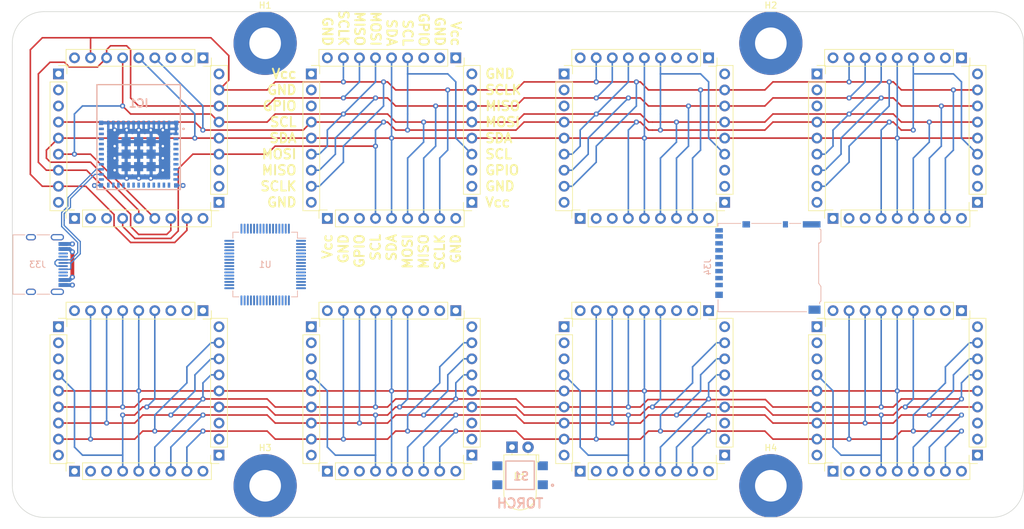
<source format=kicad_pcb>
(kicad_pcb (version 20211014) (generator pcbnew)
  (layers (0 "F.Cu" signal) (1 "In1.Cu" signal) (2 "In2.Cu" signal) (31 "B.Cu" signal) (34 "B.Paste" user) (35 "F.Paste" user) (36 "B.SilkS" user "B.Silkscreen") (37 "F.SilkS" user "F.Silkscreen") (38 "B.Mask" user) (39 "F.Mask" user) (44 "Edge.Cuts" user))
  (net 0 "")
  (net 65 "/modVCC")
  (net 66 "/modGPIO0")
  (net 67 "/modGPIO1")
  (net 68 "/modGPIO2")
  (net 69 "/modGPIO3")
  (net 70 "/modGPIO4")
  (net 71 "/modGPIO5")
  (net 72 "/modGPIO6")
  (net 73 "/modGPIO7")
  (net 74 "/modGPIO8")
  (net 75 "/modGPIO9")
  (net 76 "/modGPIO10")
  (net 77 "/modGPIO11")
  (net 78 "/modGPIO12")
  (net 79 "/modGPIO13")
  (net 80 "/modGPIO14")
  (net 81 "/modGPIO15")
  (net 82 "/modGPIO16")
  (net 83 "/modGPIO17")
  (net 84 "/modGPIO18")
  (net 85 "/modGPIO19")
  (net 86 "/modGPIO20")
  (net 87 "/modGPIO21")
  (net 88 "/modGPIO22")
  (net 89 "/modGPIO23")
  (net 90 "/modGPIO24")
  (net 91 "/modGPIO25")
  (net 92 "/modGPIO26")
  (net 93 "/modGPIO27")
  (net 94 "/modGPIO28")
  (net 95 "/modGPIO29")
  (net 96 "/modGPIO30")
  (net 97 "/modGPIO31")
  (net 98 "/modSCL0")
  (net 99 "/modSDA0")
  (net 100 "/modSCLK0")
  (net 101 "/modMISO0")
  (net 102 "/modMOSI0")
  (net 103 "/modSCL1")
  (net 104 "/modSDA1")
  (net 105 "/modSCLK1")
  (net 106 "/modMISO1")
  (net 107 "/modMOSI1")
  (net 108 "GND")
  (net 130 "/espFSPIQ")
  (net 131 "/espFSPICLK")
  (net 134 "/espFSPID")
  (net 135 "/espUSB-")
  (net 145 "/espUSB+")
  (net 146 "/espRXDO")
  (net 147 "/espTXDO")
  (net 153 "/usbVBUS")
  (footprint "Connector_PinSocket_2.54mm:PinSocket_1x09_P2.54mm_Vertical" (layer "F.Cu") (at 202.7 70.16 180)
    (fp_text reference "J11" hide)
    (fp_text value "Conn_01x09_Female" hide)
  )
  (footprint "Connector_PinSocket_2.54mm:PinSocket_1x09_P2.54mm_Vertical" (layer "F.Cu") (at 240.16 87.3 -90)
    (fp_text reference "J30" hide)
    (fp_text value "Conn_01x09_Female" hide)
  )
  (footprint "Connector_PinSocket_2.54mm:PinSocket_1x09_P2.54mm_Vertical" (layer "F.Cu") (at 99.84 112.7 90)
    (fp_text reference "J20" hide)
    (fp_text value "Conn_01x09_Female" hide)
  )
  (footprint "Connector_PinSocket_2.54mm:PinSocket_1x09_P2.54mm_Vertical" (layer "F.Cu") (at 139.84 112.7 90)
    (fp_text reference "J24" hide)
    (fp_text value "Conn_01x09_Female" hide)
  )
  (footprint "Connector_PinSocket_2.54mm:PinSocket_1x09_P2.54mm_Vertical" (layer "F.Cu") (at 137.3 49.84)
    (fp_text reference "J5" hide)
    (fp_text value "Conn_01x09_Female" hide)
  )
  (footprint "Connector_PinSocket_2.54mm:PinSocket_1x09_P2.54mm_Vertical" (layer "F.Cu") (at 120.16 87.3 -90)
    (fp_text reference "J18" hide)
    (fp_text value "Conn_01x09_Female" hide)
  )
  (footprint "Connector_PinSocket_2.54mm:PinSocket_1x09_P2.54mm_Vertical" (layer "F.Cu") (at 242.7 110.16 180)
    (fp_text reference "J31" hide)
    (fp_text value "Conn_01x09_Female" hide)
  )
  (footprint "Connector_PinSocket_2.54mm:PinSocket_1x09_P2.54mm_Vertical" (layer "F.Cu") (at 242.7 70.16 180)
    (fp_text reference "J15" hide)
    (fp_text value "Conn_01x09_Female" hide)
  )
  (footprint "MountingHole:MountingHole_5mm_Pad" (layer "F.Cu") (at 210 45)
    (fp_text reference "H2")
    (fp_text value "MountingHole_Pad")
  )
  (footprint "Connector_PinSocket_2.54mm:PinSocket_1x09_P2.54mm_Vertical" (layer "F.Cu") (at 160.16 87.3 -90)
    (fp_text reference "J22" hide)
    (fp_text value "Conn_01x09_Female" hide)
  )
  (footprint "MountingHole:MountingHole_5mm_Pad" (layer "F.Cu") (at 210 115)
    (fp_text reference "H4")
    (fp_text value "MountingHole_Pad")
  )
  (footprint "Connector_PinSocket_2.54mm:PinSocket_1x09_P2.54mm_Vertical" (layer "F.Cu") (at 162.7 110.16 180)
    (fp_text reference "J23" hide)
    (fp_text value "Conn_01x09_Female" hide)
  )
  (footprint "Connector_PinSocket_2.54mm:PinSocket_1x09_P2.54mm_Vertical" (layer "F.Cu") (at 179.84 72.7 90)
    (fp_text reference "J12" hide)
    (fp_text value "Conn_01x09_Female" hide)
  )
  (footprint "Connector_PinSocket_2.54mm:PinSocket_1x09_P2.54mm_Vertical" (layer "F.Cu") (at 217.3 89.84)
    (fp_text reference "J29" hide)
    (fp_text value "Conn_01x09_Female" hide)
  )
  (footprint "Connector_PinSocket_2.54mm:PinSocket_1x09_P2.54mm_Vertical" (layer "F.Cu") (at 120.16 47.3 -90)
    (fp_text reference "J2" hide)
    (fp_text value "Conn_01x09_Female" hide)
  )
  (footprint "Connector_PinSocket_2.54mm:PinSocket_1x09_P2.54mm_Vertical" (layer "F.Cu") (at 219.84 112.7 90)
    (fp_text reference "J32" hide)
    (fp_text value "Conn_01x09_Female" hide)
  )
  (footprint "Connector_PinSocket_2.54mm:PinSocket_1x09_P2.54mm_Vertical" (layer "F.Cu") (at 200.16 87.3 -90)
    (fp_text reference "J26" hide)
    (fp_text value "Conn_01x09_Female" hide)
  )
  (footprint "Connector_PinSocket_2.54mm:PinSocket_1x09_P2.54mm_Vertical" (layer "F.Cu") (at 99.84 72.7 90)
    (fp_text reference "J4" hide)
    (fp_text value "Conn_01x09_Female" hide)
  )
  (footprint "Connector_PinSocket_2.54mm:PinSocket_1x09_P2.54mm_Vertical" (layer "F.Cu") (at 202.7 110.16 180)
    (fp_text reference "J27" hide)
    (fp_text value "Conn_01x09_Female" hide)
  )
  (footprint "Connector_PinSocket_2.54mm:PinSocket_1x09_P2.54mm_Vertical" (layer "F.Cu") (at 122.7 70.16 180)
    (fp_text reference "J3" hide)
    (fp_text value "Conn_01x09_Female" hide)
  )
  (footprint "Connector_PinSocket_2.54mm:PinSocket_1x09_P2.54mm_Vertical" (layer "F.Cu") (at 137.3 89.84)
    (fp_text reference "J21" hide)
    (fp_text value "Conn_01x09_Female" hide)
  )
  (footprint "Connector_PinSocket_2.54mm:PinSocket_1x09_P2.54mm_Vertical" (layer "F.Cu") (at 200.16 47.3 -90)
    (fp_text reference "J10" hide)
    (fp_text value "Conn_01x09_Female" hide)
  )
  (footprint "Connector_PinSocket_2.54mm:PinSocket_1x09_P2.54mm_Vertical" (layer "F.Cu") (at 122.7 110.16 180)
    (fp_text reference "J19" hide)
    (fp_text value "Conn_01x09_Female" hide)
  )
  (footprint "Connector_PinSocket_2.54mm:PinSocket_1x09_P2.54mm_Vertical" (layer "F.Cu") (at 179.84 112.7 90)
    (fp_text reference "J28" hide)
    (fp_text value "Conn_01x09_Female" hide)
  )
  (footprint "Connector_PinSocket_2.54mm:PinSocket_1x09_P2.54mm_Vertical" (layer "F.Cu") (at 219.84 72.7 90)
    (fp_text reference "J16" hide)
    (fp_text value "Conn_01x09_Female" hide)
  )
  (footprint "Connector_PinSocket_2.54mm:PinSocket_1x09_P2.54mm_Vertical" (layer "F.Cu") (at 160.16 47.3 -90)
    (fp_text reference "J6" hide)
    (fp_text value "Conn_01x09_Female" hide)
  )
  (footprint "Connector_PinSocket_2.54mm:PinSocket_1x09_P2.54mm_Vertical" (layer "F.Cu") (at 217.3 49.84)
    (fp_text reference "J13" hide)
    (fp_text value "Conn_01x09_Female" hide)
  )
  (footprint "Connector_PinSocket_2.54mm:PinSocket_1x09_P2.54mm_Vertical" (layer "F.Cu") (at 240.16 47.3 -90)
    (fp_text reference "J14" hide)
    (fp_text value "Conn_01x09_Female" hide)
  )
  (footprint "MountingHole:MountingHole_5mm_Pad" (layer "F.Cu") (at 130 115)
    (fp_text reference "H3")
    (fp_text value "MountingHole_Pad")
  )
  (footprint "Connector_PinSocket_2.54mm:PinSocket_1x09_P2.54mm_Vertical" (layer "F.Cu") (at 97.3 49.84)
    (fp_text reference "J1" hide)
    (fp_text value "Conn_01x09_Female" hide)
  )
  (footprint "Connector_PinSocket_2.54mm:PinSocket_1x09_P2.54mm_Vertical" (layer "F.Cu") (at 97.3 89.84)
    (fp_text reference "J17" hide)
    (fp_text value "Conn_01x09_Female" hide)
  )
  (footprint "Connector_PinSocket_2.54mm:PinSocket_1x09_P2.54mm_Vertical" (layer "F.Cu") (at 177.3 89.84)
    (fp_text reference "J25" hide)
    (fp_text value "Conn_01x09_Female" hide)
  )
  (footprint "Connector_PinSocket_2.54mm:PinSocket_1x09_P2.54mm_Vertical" (layer "F.Cu") (at 162.7 70.16 180)
    (fp_text reference "J7" hide)
    (fp_text value "Conn_01x09_Female" hide)
  )
  (footprint "LED_THT:LED_D5.0mm_Horizontal_O1.27mm_Z3.0mm_Clear" (layer "F.Cu") (at 169.055 108.895)
    (fp_text reference "D1")
    (fp_text value "LED")
  )
  (footprint "Connector_PinSocket_2.54mm:PinSocket_1x09_P2.54mm_Vertical" (layer "F.Cu") (at 177.3 49.84)
    (fp_text reference "J9" hide)
    (fp_text value "Conn_01x09_Female" hide)
  )
  (footprint "Connector_PinSocket_2.54mm:PinSocket_1x09_P2.54mm_Vertical" (layer "F.Cu") (at 139.84 72.7 90)
    (fp_text reference "J8" hide)
    (fp_text value "Conn_01x09_Female" hide)
  )
  (footprint "MountingHole:MountingHole_5mm_Pad" (layer "F.Cu") (at 130 45)
    (fp_text reference "H1")
    (fp_text value "MountingHole_Pad")
  )
  (footprint "SamacSys_Parts:ESP32C3MINI1N4" (layer "B.Cu") (at 109.985 62.54 180)
    (fp_text reference "IC1")
    (fp_text value "ESP32-C3-MINI-1-N4" hide)
  )
  (footprint "Connector_Card:microSD_HC_Hirose_DM3AT-SF-PEJM5" (layer "B.Cu") (at 209.535 80.47 -90)
    (fp_text reference "J34")
    (fp_text value "Micro_SD_Card_Det_Hirose_DM3AT")
  )
  (footprint "Connector_USB:USB_C_Receptacle_HRO_TYPE-C-31-M-12" (layer "B.Cu") (at 94 80 90)
    (fp_text reference "J33")
    (fp_text value "USB_C_Receptacle_USB2.0")
  )
  (footprint "Package_QFP:LQFP-64_10x10mm_P0.5mm" (layer "B.Cu") (at 130 80 180)
    (fp_text reference "U1")
    (fp_text value "STM32F446RETx")
  )
  (footprint "SamacSys_Parts:TL3305AF160QG" (layer "B.Cu") (at 170.325 113.34 180)
    (fp_text reference "S1")
    (fp_text value "TL3305AF160QG" hide)
  )
  (gr_line (start 95 40) (end 245 40) (layer "Edge.Cuts") (width 0.1))
  (gr_arc (start 245 40) (mid 248.535534 41.464466) (end 250 45) (layer "Edge.Cuts") (width 0.1))
  (gr_arc (start 250 115) (mid 248.535534 118.535534) (end 245 120) (layer "Edge.Cuts") (width 0.1))
  (gr_line (start 245 120) (end 95 120) (layer "Edge.Cuts") (width 0.1))
  (gr_line (start 90 115) (end 90 45) (layer "Edge.Cuts") (width 0.1))
  (gr_arc (start 90 45) (mid 91.464466 41.464466) (end 95 40) (layer "Edge.Cuts") (width 0.1))
  (gr_line (start 250 45) (end 250 115) (layer "Edge.Cuts") (width 0.1))
  (gr_arc (start 95 120) (mid 91.464466 118.535534) (end 90 115) (layer "Edge.Cuts") (width 0.1))
  (gr_text "TORCH" (at 170.325 117.785) (layer "B.SilkS") (effects (font (size 1.5 1.5) (thickness 0.3)) (justify mirror)))
  (gr_text "SCL" (at 152.545 43.347143 270) (layer "F.SilkS") (effects (font (size 1.5 1.5) (thickness 0.3))))
  (gr_text "SCL" (at 132.857143 57.46) (layer "F.SilkS") (effects (font (size 1.5 1.5) (thickness 0.3))))
  (gr_text "MISO" (at 155.085 77.930714 90) (layer "F.SilkS") (effects (font (size 1.5 1.5) (thickness 0.3))))
  (gr_text "GPIO" (at 144.925 77.859285 90) (layer "F.SilkS") (effects (font (size 1.5 1.5) (thickness 0.3))))
  (gr_text "SDA" (at 150.005 43.311429 270) (layer "F.SilkS") (effects (font (size 1.5 1.5) (thickness 0.3))))
  (gr_text "Vcc" (at 166.792857 70.16) (layer "F.SilkS") (effects (font (size 1.5 1.5) (thickness 0.3))))
  (gr_text "SDA" (at 132.821429 60) (layer "F.SilkS") (effects (font (size 1.5 1.5) (thickness 0.3))))
  (gr_text "MISO" (at 132.214286 65.08) (layer "F.SilkS") (effects (font (size 1.5 1.5) (thickness 0.3))))
  (gr_text "SDA" (at 166.971429 60) (layer "F.SilkS") (effects (font (size 1.5 1.5) (thickness 0.3))))
  (gr_text "GND" (at 157.625 43.132857 270) (layer "F.SilkS") (effects (font (size 1.5 1.5) (thickness 0.3))))
  (gr_text "MOSI" (at 147.465 42.704286 270) (layer "F.SilkS") (effects (font (size 1.5 1.5) (thickness 0.3))))
  (gr_text "GND" (at 160.165 77.502143 90) (layer "F.SilkS") (effects (font (size 1.5 1.5) (thickness 0.3))))
  (gr_text "Vcc" (at 133 49.84) (layer "F.SilkS") (effects (font (size 1.5 1.5) (thickness 0.3))))
  (gr_text "GND" (at 167.15 67.62) (layer "F.SilkS") (effects (font (size 1.5 1.5) (thickness 0.3))))
  (gr_text "SCLK" (at 167.685714 52.38) (layer "F.SilkS") (effects (font (size 1.5 1.5) (thickness 0.3))))
  (gr_text "Vcc" (at 139.845 77.145 90) (layer "F.SilkS") (effects (font (size 1.5 1.5) (thickness 0.3))))
  (gr_text "MOSI" (at 167.578571 57.46) (layer "F.SilkS") (effects (font (size 1.5 1.5) (thickness 0.3))))
  (gr_text "GPIO" (at 155.085 42.855 270) (layer "F.SilkS") (effects (font (size 1.5 1.5) (thickness 0.3))))
  (gr_text "GPIO" (at 132.285715 54.92) (layer "F.SilkS") (effects (font (size 1.5 1.5) (thickness 0.3))))
  (gr_text "SCLK" (at 142.385 42.597143 270) (layer "F.SilkS") (effects (font (size 1.5 1.5) (thickness 0.3))))
  (gr_text "GND" (at 139.845 43.132857 270) (layer "F.SilkS") (effects (font (size 1.5 1.5) (thickness 0.3))))
  (gr_text "GND" (at 167.15 49.84) (layer "F.SilkS") (effects (font (size 1.5 1.5) (thickness 0.3))))
  (gr_text "GND" (at 132.642857 70.16) (layer "F.SilkS") (effects (font (size 1.5 1.5) (thickness 0.3))))
  (gr_text "MISO" (at 167.578571 54.92) (layer "F.SilkS") (effects (font (size 1.5 1.5) (thickness 0.3))))
  (gr_text "SCLK" (at 132.107143 67.62) (layer "F.SilkS") (effects (font (size 1.5 1.5) (thickness 0.3))))
  (gr_text "SCL" (at 147.465 77.287857 90) (layer "F.SilkS") (effects (font (size 1.5 1.5) (thickness 0.3))))
  (gr_text "SCL" (at 166.935714 62.54) (layer "F.SilkS") (effects (font (size 1.5 1.5) (thickness 0.3))))
  (gr_text "Vcc" (at 160.165 43.49 270) (layer "F.SilkS") (effects (font (size 1.5 1.5) (thickness 0.3))))
  (gr_text "MOSI" (at 132.214286 62.54) (layer "F.SilkS") (effects (font (size 1.5 1.5) (thickness 0.3))))
  (gr_text "GPIO" (at 167.507143 65.08) (layer "F.SilkS") (effects (font (size 1.5 1.5) (thickness 0.3))))
  (gr_text "MISO" (at 144.925 42.704286 270) (layer "F.SilkS") (effects (font (size 1.5 1.5) (thickness 0.3))))
  (gr_text "SDA" (at 150.005 77.323571 90) (layer "F.SilkS") (effects (font (size 1.5 1.5) (thickness 0.3))))
  (gr_text "MOSI" (at 152.545 77.930714 90) (layer "F.SilkS") (effects (font (size 1.5 1.5) (thickness 0.3))))
  (gr_text "GND" (at 132.642857 52.38) (layer "F.SilkS") (effects (font (size 1.5 1.5) (thickness 0.3))))
  (gr_text "SCLK" (at 157.625 78.037857 90) (layer "F.SilkS") (effects (font (size 1.5 1.5) (thickness 0.3))))
  (gr_text "GND" (at 142.385 77.502143 90) (layer "F.SilkS") (effects (font (size 1.5 1.5) (thickness 0.3))))
  (segment (start 177.3 57.46) (end 188.73 57.46) (width 0.25) (layer "F.Cu") (net 98))
  (segment (start 191.27 58.73) (end 209.06 58.73) (width 0.25) (layer "F.Cu") (net 98))
  (segment (start 109.38 75.875) (end 115.065 75.875) (width 0.25) (layer "F.Cu") (net 98))
  (segment (start 107.46 73.955) (end 109.38 75.875) (width 0.25) (layer "F.Cu") (net 98))
  (segment (start 130.305 62.54) (end 131.575 61.27) (width 0.25) (layer "F.Cu") (net 98))
  (segment (start 137.3 57.46) (end 149.37 57.46) (width 0.25) (layer "F.Cu") (net 98))
  (segment (start 210.33 57.46) (end 217.3 57.46) (width 0.25) (layer "F.Cu") (net 98))
  (segment (start 228.73 57.46) (end 229.365 57.46) (width 0.25) (layer "F.Cu") (net 98))
  (segment (start 118.565 62.54) (end 122.7 62.54) (width 0.25) (layer "F.Cu") (net 98))
  (segment (start 115.065 75.875) (end 116.254511 74.685489) (width 0.25) (layer "F.Cu") (net 98))
  (segment (start 116.254511 74.685489) (end 116.254511 64.850489) (width 0.25) (layer "F.Cu") (net 98))
  (segment (start 136.03 58.73) (end 137.3 57.46) (width 0.25) (layer "F.Cu") (net 98))
  (segment (start 170.96 57.46) (end 177.3 57.46) (width 0.25) (layer "F.Cu") (net 98))
  (segment (start 230.635 58.73) (end 232.53 58.73) (width 0.25) (layer "F.Cu") (net 98))
  (segment (start 209.06 58.73) (end 210.33 57.46) (width 0.25) (layer "F.Cu") (net 98))
  (segment (start 149.37 57.46) (end 150.64 58.73) (width 0.25) (layer "F.Cu") (net 98))
  (segment (start 217.3 57.46) (end 228.73 57.46) (width 0.25) (layer "F.Cu") (net 98))
  (segment (start 131.575 61.27) (end 147.45 61.27) (width 0.25) (layer "F.Cu") (net 98))
  (segment (start 116.254511 64.850489) (end 118.565 62.54) (width 0.25) (layer "F.Cu") (net 98))
  (segment (start 188.73 57.46) (end 189.365 57.46) (width 0.25) (layer "F.Cu") (net 98))
  (segment (start 122.7 62.54) (end 130.305 62.54) (width 0.25) (layer "F.Cu") (net 98))
  (segment (start 150.64 58.73) (end 169.69 58.73) (width 0.25) (layer "F.Cu") (net 98))
  (segment (start 97.3 57.46) (end 118.875 57.46) (width 0.25) (layer "F.Cu") (net 98))
  (segment (start 107.46 72.7) (end 107.46 73.955) (width 0.25) (layer "F.Cu") (net 98))
  (segment (start 189.365 57.46) (end 190.635 58.73) (width 0.25) (layer "F.Cu") (net 98))
  (segment (start 190.635 58.73) (end 191.27 58.73) (width 0.25) (layer "F.Cu") (net 98))
  (segment (start 120.145 58.73) (end 136.03 58.73) (width 0.25) (layer "F.Cu") (net 98))
  (segment (start 169.69 58.73) (end 170.96 57.46) (width 0.25) (layer "F.Cu") (net 98))
  (segment (start 229.365 57.46) (end 230.635 58.73) (width 0.25) (layer "F.Cu") (net 98))
  (segment (start 118.875 57.46) (end 120.145 58.73) (width 0.25) (layer "F.Cu") (net 98))
  (via (at 188.73 57.46) (size 0.8) (drill 0.4) (layers "F.Cu" "B.Cu") (net 98))
  (via (at 148.73 57.46) (size 0.8) (drill 0.4) (layers "F.Cu" "B.Cu") (net 98))
  (via (at 152.53 58.73) (size 0.8) (drill 0.4) (layers "F.Cu" "B.Cu") (net 98))
  (via (at 192.53 58.73) (size 0.8) (drill 0.4) (layers "F.Cu" "B.Cu") (net 98))
  (via (at 147.45 61.27) (size 0.8) (drill 0.4) (layers "F.Cu" "B.Cu") (net 98))
  (via (at 232.53 58.73) (size 0.8) (drill 0.4) (layers "F.Cu" "B.Cu") (net 98))
  (via (at 228.73 57.46) (size 0.8) (drill 0.4) (layers "F.Cu" "B.Cu") (net 98))
  (via (at 120.145 58.73) (size 0.8) (drill 0.4) (layers "F.Cu" "B.Cu") (net 98))
  (segment (start 238.89 49.84) (end 232.54 49.84) (width 0.25) (layer "B.Cu") (net 98))
  (segment (start 158.89 49.84) (end 152.54 49.84) (width 0.25) (layer "B.Cu") (net 98))
  (segment (start 188.73 57.46) (end 187.46 58.73) (width 0.25) (layer "B.Cu") (net 98))
  (segment (start 242.7 62.54) (end 240.16 60) (width 0.25) (layer "B.Cu") (net 98))
  (segment (start 152.53 58.73) (end 152.54 56.19) (width 0.25) (layer "B.Cu") (net 98))
  (segment (start 162.7 62.54) (end 160.16 60) (width 0.25) (layer "B.Cu") (net 98))
  (segment (start 232.54 56.19) (end 232.54 49.84) (width 0.25) (layer "B.Cu") (net 98))
  (segment (start 152.54 47.3) (end 152.54 49.84) (width 0.25) (layer "B.Cu") (net 98))
  (segment (start 228.73 57.46) (end 227.46 58.73) (width 0.25) (layer "B.Cu") (net 98))
  (segment (start 160.16 60) (end 160.16 51.11) (width 0.25) (layer "B.Cu") (net 98))
  (segment (start 120.145 54.905) (end 120.145 58.73) (width 0.25) (layer "B.Cu") (net 98))
  (segment (start 192.53 58.73) (end 192.54 56.19) (width 0.25) (layer "B.Cu") (net 98))
  (segment (start 232.53 58.73) (end 232.54 56.19) (width 0.25) (layer "B.Cu") (net 98))
  (segment (start 227.46 58.73) (end 227.46 72.7) (width 0.25) (layer "B.Cu") (net 98))
  (segment (start 147.46 58.73) (end 147.46 72.7) (width 0.25) (layer "B.Cu") (net 98))
  (segment (start 160.16 51.11) (end 158.89 49.84) (width 0.25) (layer "B.Cu") (net 98))
  (segment (start 112.54 47.3) (end 120.145 54.905) (width 0.25) (layer "B.Cu") (net 98))
  (segment (start 202.7 62.54) (end 200.16 60) (width 0.25) (layer "B.Cu") (net 98))
  (segment (start 192.54 47.3) (end 192.54 49.84) (width 0.25) (layer "B.Cu") (net 98))
  (segment (start 240.16 51.11) (end 238.89 49.84) (width 0.25) (layer "B.Cu") (net 98))
  (segment (start 200.16 60) (end 200.16 51.11) (width 0.25) (layer "B.Cu") (net 98))
  (segment (start 152.54 56.19) (end 152.54 49.84) (width 0.25) (layer "B.Cu") (net 98))
  (segment (start 148.73 57.46) (end 147.46 58.73) (width 0.25) (layer "B.Cu") (net 98))
  (segment (start 232.54 47.3) (end 232.54 49.84) (width 0.25) (layer "B.Cu") (net 98))
  (segment (start 200.16 51.11) (end 198.89 49.84) (width 0.25) (layer "B.Cu") (net 98))
  (segment (start 192.54 56.19) (end 192.54 49.84) (width 0.25) (layer "B.Cu") (net 98))
  (segment (start 198.89 49.84) (end 192.54 49.84) (width 0.25) (layer "B.Cu") (net 98))
  (segment (start 240.16 60) (end 240.16 51.11) (width 0.25) (layer "B.Cu") (net 98))
  (segment (start 187.46 58.73) (end 187.46 72.7) (width 0.25) (layer "B.Cu") (net 98))
  (segment (start 102.38 63.81) (end 96.03 63.81) (width 0.25) (layer "F.Cu") (net 99))
  (segment (start 110 71.43) (end 102.38 63.81) (width 0.25) (layer "F.Cu") (net 99))
  (segment (start 95.395 63.175) (end 95.395 61.905) (width 0.25) (layer "F.Cu") (net 99))
  (segment (start 122.7 60) (end 137.3 60) (width 0.25) (layer "F.Cu") (net 99))
  (segment (start 97.3 60) (end 122.7 60) (width 0.25) (layer "F.Cu") (net 99))
  (segment (start 95.395 61.905) (end 97.3 60) (width 0.25) (layer "F.Cu") (net 99))
  (segment (start 177.3 60) (end 202.7 60) (width 0.25) (layer "F.Cu") (net 99))
  (segment (start 217.3 60) (end 242.7 60) (width 0.25) (layer "F.Cu") (net 99))
  (segment (start 217.3 60) (end 202.7 60) (width 0.25) (layer "F.Cu") (net 99))
  (segment (start 110 72.7) (end 110 71.43) (width 0.25) (layer "F.Cu") (net 99))
  (segment (start 137.3 60) (end 162.7 60) (width 0.25) (layer "F.Cu") (net 99))
  (segment (start 162.7 60) (end 177.3 60) (width 0.25) (layer "F.Cu") (net 99))
  (segment (start 96.03 63.81) (end 95.395 63.175) (width 0.25) (layer "F.Cu") (net 99))
  (via (at 118.875 60) (size 0.8) (drill 0.4) (layers "F.Cu" "B.Cu") (net 99))
  (via (at 230 60) (size 0.8) (drill 0.4) (layers "F.Cu" "B.Cu") (net 99))
  (via (at 150 60) (size 0.8) (drill 0.4) (layers "F.Cu" "B.Cu") (net 99))
  (via (at 190 60) (size 0.8) (drill 0.4) (layers "F.Cu" "B.Cu") (net 99))
  (segment (start 110 47.3) (end 118.875 56.175) (width 0.25) (layer "B.Cu") (net 99))
  (segment (start 118.875 56.175) (end 118.875 60) (width 0.25) (layer "B.Cu") (net 99))
  (segment (start 230 72.7) (end 230 60) (width 0.25) (layer "B.Cu") (net 99))
  (segment (start 150 47.3) (end 150 60) (width 0.25) (layer "B.Cu") (net 99))
  (segment (start 190 47.3) (end 190 60) (width 0.25) (layer "B.Cu") (net 99))
  (segment (start 190 72.7) (end 190 60) (width 0.25) (layer "B.Cu") (net 99))
  (segment (start 150 72.7) (end 150 60) (width 0.25) (layer "B.Cu") (net 99))
  (segment (start 230 47.3) (end 230 60) (width 0.25) (layer "B.Cu") (net 99))
  (segment (start 169.69 57.46) (end 170.96 56.19) (width 0.25) (layer "F.Cu") (net 100))
  (segment (start 149.37 56.19) (end 150.64 57.46) (width 0.25) (layer "F.Cu") (net 100))
  (segment (start 102.365 62.54) (end 99.825 62.54) (width 0.25) (layer "F.Cu") (net 100))
  (segment (start 97.3 62.54) (end 99.825 62.54) (width 0.25) (layer "F.Cu") (net 100))
  (segment (start 242.7 57.46) (end 230.65 57.46) (width 0.25) (layer "F.Cu") (net 100))
  (segment (start 130.32 57.46) (end 131.59 56.19) (width 0.25) (layer "F.Cu") (net 100))
  (segment (start 107.43 67.605) (end 102.365 62.54) (width 0.25) (layer "F.Cu") (net 100))
  (segment (start 229.38 56.19) (end 210.33 56.19) (width 0.25) (layer "F.Cu") (net 100))
  (segment (start 107.445 67.605) (end 112.54 72.7) (width 0.25) (layer "F.Cu") (net 100))
  (segment (start 121.415 56.19) (end 122.685 57.46) (width 0.25) (layer "F.Cu") (net 100))
  (segment (start 170.96 56.19) (end 182.38 56.19) (width 0.25) (layer "F.Cu") (net 100))
  (segment (start 108.715 56.19) (end 121.415 56.19) (width 0.25) (layer "F.Cu") (net 100))
  (segment (start 210.33 56.19) (end 209.06 57.46) (width 0.25) (layer "F.Cu") (net 100))
  (segment (start 107.46 54.935) (end 107.46 47.3) (width 0.25) (layer "F.Cu") (net 100))
  (segment (start 189.365 56.19) (end 182.38 56.19) (width 0.25) (layer "F.Cu") (net 100))
  (segment (start 107.445 54.92) (end 108.715 56.19) (width 0.25) (layer "F.Cu") (net 100))
  (segment (start 189.365 56.19) (end 190.635 57.46) (width 0.25) (layer "F.Cu") (net 100))
  (segment (start 122.7 57.46) (end 130.32 57.46) (width 0.25) (layer "F.Cu") (net 100))
  (segment (start 190.635 57.46) (end 191.27 57.46) (width 0.25) (layer "F.Cu") (net 100))
  (segment (start 191.28 57.46) (end 202.7 57.46) (width 0.25) (layer "F.Cu") (net 100))
  (segment (start 150.64 57.46) (end 162.7 57.46) (width 0.25) (layer "F.Cu") (net 100))
  (segment (start 107.445 67.605) (end 107.43 67.605) (width 0.25) (layer "F.Cu") (net 100))
  (segment (start 162.7 57.46) (end 169.69 57.46) (width 0.25) (layer "F.Cu") (net 100))
  (segment (start 230.65 57.46) (end 229.38 56.19) (width 0.25) (layer "F.Cu") (net 100))
  (segment (start 131.59 56.19) (end 149.37 56.19) (width 0.25) (layer "F.Cu") (net 100))
  (segment (start 209.06 57.46) (end 202.7 57.46) (width 0.25) (layer "F.Cu") (net 100))
  (via (at 195.07 57.46) (size 0.8) (drill 0.4) (layers "F.Cu" "B.Cu") (net 100))
  (via (at 182.38 56.19) (size 0.8) (drill 0.4) (layers "F.Cu" "B.Cu") (net 100))
  (via (at 222.38 56.19) (size 0.8) (drill 0.4) (layers "F.Cu" "B.Cu") (net 100))
  (via (at 142.38 56.19) (size 0.8) (drill 0.4) (layers "F.Cu" "B.Cu") (net 100))
  (via (at 235.07 57.46) (size 0.8) (drill 0.4) (layers "F.Cu" "B.Cu") (net 100))
  (via (at 107.445 54.92) (size 0.8) (drill 0.4) (layers "F.Cu" "B.Cu") (net 100))
  (via (at 155.07 57.46) (size 0.8) (drill 0.4) (layers "F.Cu" "B.Cu") (net 100))
  (via (at 99.825 62.54) (size 0.8) (drill 0.4) (layers "F.Cu" "B.Cu") (net 100))
  (segment (start 139.84 58.73) (end 139.84 61.27) (width 0.25) (layer "B.Cu") (net 100))
  (segment (start 219.84 58.73) (end 219.84 61.27) (width 0.25) (layer "B.Cu") (net 100))
  (segment (start 147.46 47.3) (end 147.46 51.11) (width 0.25) (layer "B.Cu") (net 100))
  (segment (start 101.095 54.92) (end 107.445 54.92) (width 0.25) (layer "B.Cu") (net 100))
  (segment (start 187.46 47.3) (end 187.46 51.11) (width 0.25) (layer "B.Cu") (net 100))
  (segment (start 187.46 51.11) (end 179.84 58.73) (width 0.25) (layer "B.Cu") (net 100))
  (segment (start 235.07 57.46) (end 235.07 60.635) (width 0.25) (layer "B.Cu") (net 100))
  (segment (start 155.07 60.635) (end 152.54 63.165) (width 0.25) (layer "B.Cu") (net 100))
  (segment (start 227.46 47.3) (end 227.46 51.11) (width 0.25) (layer "B.Cu") (net 100))
  (segment (start 227.46 51.11) (end 219.84 58.73) (width 0.25) (layer "B.Cu") (net 100))
  (segment (start 192.54 63.165) (end 192.54 72.7) (width 0.25) (layer "B.Cu") (net 100))
  (segment (start 219.84 61.27) (end 218.57 62.54) (width 0.25) (layer "B.Cu") (net 100))
  (segment (start 99.825 62.54) (end 99.825 56.19) (width 0.25) (layer "B.Cu") (net 100))
  (segment (start 218.57 62.54) (end 217.3 62.54) (width 0.25) (layer "B.Cu") (net 100))
  (segment (start 178.57 62.54) (end 177.3 62.54) (width 0.25) (layer "B.Cu") (net 100))
  (segment (start 147.46 51.11) (end 139.84 58.73) (width 0.25) (layer "B.Cu") (net 100))
  (segment (start 138.57 62.54) (end 137.3 62.54) (width 0.25) (layer "B.Cu") (net 100))
  (segment (start 139.84 61.27) (end 138.57 62.54) (width 0.25) (layer "B.Cu") (net 100))
  (segment (start 179.84 61.27) (end 178.57 62.54) (width 0.25) (layer "B.Cu") (net 100))
  (segment (start 195.07 57.46) (end 195.07 60.635) (width 0.25) (layer "B.Cu") (net 100))
  (segment (start 195.07 60.635) (end 192.54 63.165) (width 0.25) (layer "B.Cu") (net 100))
  (segment (start 179.84 58.73) (end 179.84 61.27) (width 0.25) (layer "B.Cu") (net 100))
  (segment (start 155.07 57.46) (end 155.07 60.635) (width 0.25) (layer "B.Cu") (net 100))
  (segment (start 232.54 63.165) (end 232.54 72.7) (width 0.25) (layer "B.Cu") (net 100))
  (segment (start 99.825 56.19) (end 101.095 54.92) (width 0.25) (layer "B.Cu") (net 100))
  (segment (start 235.07 60.635) (end 232.54 63.165) (width 0.25) (layer "B.Cu") (net 100))
  (segment (start 152.54 63.165) (end 152.54 72.7) (width 0.25) (layer "B.Cu") (net 100))
  (segment (start 94.125 49.84) (end 95.965 48) (width 0.25) (layer "F.Cu") (net 101))
  (segment (start 108.715 73.97) (end 108.715 72.05) (width 0.25) (layer "F.Cu") (net 101))
  (segment (start 109.985 75.24) (end 108.715 73.97) (width 0.25) (layer "F.Cu") (net 101))
  (segment (start 150.64 54.92) (end 162.7 54.92) (width 0.25) (layer "F.Cu") (net 101))
  (segment (start 229.38 53.65) (end 230.65 54.92) (width 0.25) (layer "F.Cu") (net 101))
  (segment (start 190.635 54.92) (end 202.7 54.92) (width 0.25) (layer "F.Cu") (net 101))
  (segment (start 189.365 53.65) (end 190.635 54.92) (width 0.25) (layer "F.Cu") (net 101))
  (segment (start 115.08 74.59) (end 114.43 75.24) (width 0.25) (layer "F.Cu") (net 101))
  (segment (start 108.715 46.03) (end 108.08 45.395) (width 0.25) (layer "F.Cu") (net 101))
  (segment (start 209.06 54.92) (end 210.33 53.65) (width 0.25) (layer "F.Cu") (net 101))
  (segment (start 162.7 54.92) (end 169.69 54.92) (width 0.25) (layer "F.Cu") (net 101))
  (segment (start 130.32 54.92) (end 131.59 53.65) (width 0.25) (layer "F.Cu") (net 101))
  (segment (start 149.37 53.65) (end 150.64 54.92) (width 0.25) (layer "F.Cu") (net 101))
  (segment (start 109.985 54.92) (end 108.715 53.65) (width 0.25) (layer "F.Cu") (net 101))
  (segment (start 108.715 53.65) (end 108.715 46.03) (width 0.25) (layer "F.Cu") (net 101))
  (segment (start 94.125 63.825) (end 94.125 49.84) (width 0.25) (layer "F.Cu") (net 101))
  (segment (start 104.92 46.015) (end 104.92 47.3) (width 0.25) (layer "F.Cu") (net 101))
  (segment (start 105.54 45.395) (end 104.92 46.015) (width 0.25) (layer "F.Cu") (net 101))
  (segment (start 114.43 75.24) (end 109.985 75.24) (width 0.25) (layer "F.Cu") (net 101))
  (segment (start 131.59 53.65) (end 149.37 53.65) (width 0.25) (layer "F.Cu") (net 101))
  (segment (start 122.7 54.92) (end 130.32 54.92) (width 0.25) (layer "F.Cu") (net 101))
  (segment (start 95.38 65.08) (end 94.125 63.825) (width 0.25) (layer "F.Cu") (net 101))
  (segment (start 210.33 53.65) (end 229.38 53.65) (width 0.25) (layer "F.Cu") (net 101))
  (segment (start 115.08 72.7) (end 115.08 74.59) (width 0.25) (layer "F.Cu") (net 101))
  (segment (start 170.96 53.65) (end 189.365 53.65) (width 0.25) (layer "F.Cu") (net 101))
  (segment (start 108.715 72.05) (end 101.745 65.08) (width 0.25) (layer "F.Cu") (net 101))
  (segment (start 230.65 54.92) (end 242.7 54.92) (width 0.25) (layer "F.Cu") (net 101))
  (segment (start 97.3 65.08) (end 95.38 65.08) (width 0.25) (layer "F.Cu") (net 101))
  (segment (start 108.08 45.395) (end 105.54 45.395) (width 0.25) (layer "F.Cu") (net 101))
  (segment (start 169.69 54.92) (end 170.96 53.65) (width 0.25) (layer "F.Cu") (net 101))
  (segment (start 101.745 65.08) (end 97.3 65.08) (width 0.25) (layer "F.Cu") (net 101))
  (segment (start 103.47 48.75) (end 104.92 47.3) (width 0.25) (layer "F.Cu") (net 101))
  (segment (start 95.965 48) (end 98.25 48) (width 0.25) (layer "F.Cu") (net 101))
  (segment (start 98.25 48) (end 99 48.75) (width 0.25) (layer "F.Cu") (net 101))
  (segment (start 122.7 54.92) (end 109.985 54.92) (width 0.25) (layer "F.Cu") (net 101))
  (segment (start 202.7 54.92) (end 209.06 54.92) (width 0.25) (layer "F.Cu") (net 101))
  (segment (start 99 48.75) (end 103.47 48.75) (width 0.25) (layer "F.Cu") (net 101))
  (via (at 156.975 54.92) (size 0.8) (drill 0.4) (layers "F.Cu" "B.Cu") (net 101))
  (via (at 236.975 54.92) (size 0.8) (drill 0.4) (layers "F.Cu" "B.Cu") (net 101))
  (via (at 182.38 53.65) (size 0.8) (drill 0.4) (layers "F.Cu" "B.Cu") (net 101))
  (via (at 142.38 53.65) (size 0.8) (drill 0.4) (layers "F.Cu" "B.Cu") (net 101))
  (via (at 147.46 53.65) (size 0.8) (drill 0.4) (layers "F.Cu" "B.Cu") (net 101))
  (via (at 222.38 53.65) (size 0.8) (drill 0.4) (layers "F.Cu" "B.Cu") (net 101))
  (via (at 196.975 54.92) (size 0.8) (drill 0.4) (layers "F.Cu" "B.Cu") (net 101))
  (via (at 187.46 53.65) (size 0.8) (drill 0.4) (layers "F.Cu" "B.Cu") (net 101))
  (via (at 227.46 53.65) (size 0.8) (drill 0.4) (layers "F.Cu" "B.Cu") (net 101))
  (segment (start 195.08 63.165) (end 195.08 72.7) (width 0.25) (layer "B.Cu") (net 101))
  (segment (start 236.975 61.27) (end 235.08 63.165) (width 0.25) (layer "B.Cu") (net 101))
  (segment (start 184.92 51.11) (end 182.38 53.65) (width 0.25) (layer "B.Cu") (net 101))
  (segment (start 137.3 65.08) (end 138.57 65.08) (width 0.25) (layer "B.Cu") (net 101))
  (segment (start 218.57 65.08) (end 221.11 62.54) (width 0.25) (layer "B.Cu") (net 101))
  (segment (start 141.11 60) (end 147.46 53.65) (width 0.25) (layer "B.Cu") (net 101))
  (segment (start 221.11 62.54) (end 221.11 60) (width 0.25) (layer "B.Cu") (net 101))
  (segment (start 141.11 62.54) (end 141.11 60) (width 0.25) (layer "B.Cu") (net 101))
  (segment (start 144.92 51.11) (end 142.38 53.65) (width 0.25) (layer "B.Cu") (net 101))
  (segment (start 217.3 65.08) (end 218.57 65.08) (width 0.25) (layer "B.Cu") (net 101))
  (segment (start 181.11 60) (end 187.46 53.65) (width 0.25) (layer "B.Cu") (net 101))
  (segment (start 177.3 65.08) (end 178.57 65.08) (width 0.25) (layer "B.Cu") (net 101))
  (segment (start 144.92 47.3) (end 144.92 51.11) (width 0.25) (layer "B.Cu") (net 101))
  (segment (start 138.57 65.08) (end 141.11 62.54) (width 0.25) (layer "B.Cu") (net 101))
  (segment (start 235.08 63.165) (end 235.08 72.7) (width 0.25) (layer "B.Cu") (net 101))
  (segment (start 181.11 62.54) (end 181.11 60) (width 0.25) (layer "B.Cu") (net 101))
  (segment (start 184.92 47.3) (end 184.92 51.11) (width 0.25) (layer "B.Cu") (net 101))
  (segment (start 224.92 51.11) (end 222.38 53.65) (width 0.25) (layer "B.Cu") (net 101))
  (segment (start 156.975 54.92) (end 156.975 61.27) (width 0.25) (layer "B.Cu") (net 101))
  (segment (start 236.975 54.92) (end 236.975 61.27) (width 0.25) (layer "B.Cu") (net 101))
  (segment (start 156.975 61.27) (end 155.08 63.165) (width 0.25) (layer "B.Cu") (net 101))
  (segment (start 196.975 61.27) (end 195.08 63.165) (width 0.25) (layer "B.Cu") (net 101))
  (segment (start 221.11 60) (end 227.46 53.65) (width 0.25) (layer "B.Cu") (net 101))
  (segment (start 224.92 47.3) (end 224.92 51.11) (width 0.25) (layer "B.Cu") (net 101))
  (segment (start 178.57 65.08) (end 181.11 62.54) (width 0.25) (layer "B.Cu") (net 101))
  (segment (start 155.08 63.165) (end 155.08 72.7) (width 0.25) (layer "B.Cu") (net 101))
  (segment (start 196.975 54.92) (end 196.975 61.27) (width 0.25) (layer "B.Cu") (net 101))
  (segment (start 108.715 76.51) (end 106.094511 73.889511) (width 0.25) (layer "F.Cu") (net 102))
  (segment (start 101.62 67.62) (end 97.3 67.62) (width 0.25) (layer "F.Cu") (net 102))
  (segment (start 117.62 72.7) (end 117.62 74.59) (width 0.25) (layer "F.Cu") (net 102))
  (segment (start 202.7 52.38) (end 209.06 52.38) (width 0.25) (layer "F.Cu") (net 102))
  (segment (start 210.33 51.11) (end 229.38 51.11) (width 0.25) (layer "F.Cu") (net 102))
  (segment (start 102.38 44.14) (end 102.365 44.125) (width 0.25) (layer "F.Cu") (net 102))
  (segment (start 130.32 52.38) (end 131.59 51.11) (width 0.25) (layer "F.Cu") (net 102))
  (segment (start 102.365 44.125) (end 121.415 44.125) (width 0.25) (layer "F.Cu") (net 102))
  (segment (start 149.37 51.11) (end 150.64 52.38) (width 0.25) (layer "F.Cu") (net 102))
  (segment (start 229.38 51.11) (end 230.65 52.38) (width 0.25) (layer "F.Cu") (net 102))
  (segment (start 142.38 51.11) (end 149.37 51.11) (width 0.25) (layer "F.Cu") (net 102))
  (segment (start 122.7 52.38) (end 130.32 52.38) (width 0.25) (layer "F.Cu") (net 102))
  (segment (start 92.855 65.73) (end 92.855 46.0225) (width 0.25) (layer "F.Cu") (net 102))
  (segment (start 190.635 52.38) (end 202.7 52.38) (width 0.25) (layer "F.Cu") (net 102))
  (segment (start 230.65 52.38) (end 242.7 52.38) (width 0.25) (layer "F.Cu") (net 102))
  (segment (start 117.62 74.59) (end 115.7 76.51) (width 0.25) (layer "F.Cu") (net 102))
  (segment (start 97.3 67.62) (end 94.745 67.62) (width 0.25) (layer "F.Cu") (net 102))
  (segment (start 121.415 44.125) (end 124.25 46.96) (width 0.25) (layer "F.Cu") (net 102))
  (segment (start 150.64 52.38) (end 162.7 52.38) (width 0.25) (layer "F.Cu") (net 102))
  (segment (start 102.38 47.3) (end 102.38 44.14) (width 0.25) (layer "F.Cu") (net 102))
  (segment (start 209.06 52.38) (end 210.33 51.11) (width 0.25) (layer "F.Cu") (net 102))
  (segment (start 169.69 52.38) (end 170.96 51.11) (width 0.25) (layer "F.Cu") (net 102))
  (segment (start 94.745 67.62) (end 92.855 65.73) (width 0.25) (layer "F.Cu") (net 102))
  (segment (start 189.365 51.11) (end 190.635 52.38) (width 0.25) (layer "F.Cu") (net 102))
  (segment (start 94.7525 44.125) (end 102.365 44.125) (width 0.25) (layer "F.Cu") (net 102))
  (segment (start 124.25 50.83) (end 122.7 52.38) (width 0.25) (layer "F.Cu") (net 102))
  (segment (start 106.094511 73.889511) (end 106.094511 72.094511) (width 0.25) (layer "F.Cu") (net 102))
  (segment (start 162.7 52.38) (end 169.69 52.38) (width 0.25) (layer "F.Cu") (net 102))
  (segment (start 106.094511 72.094511) (end 101.62 67.62) (width 0.25) (layer "F.Cu") (net 102))
  (segment (start 170.96 51.11) (end 189.365 51.11) (width 0.25) (layer "F.Cu") (net 102))
  (segment (start 115.7 76.51) (end 108.715 76.51) (width 0.25) (layer "F.Cu") (net 102))
  (segment (start 124.25 46.96) (end 124.25 50.83) (width 0.25) (layer "F.Cu") (net 102))
  (segment (start 92.855 46.0225) (end 94.7525 44.125) (width 0.25) (layer "F.Cu") (net 102))
  (segment (start 131.59 51.11) (end 142.38 51.11) (width 0.25) (layer "F.Cu") (net 102))
  (via (at 142.38 51.11) (size 0.8) (drill 0.4) (layers "F.Cu" "B.Cu") (net 102))
  (via (at 158.88 52.38) (size 0.8) (drill 0.4) (layers "F.Cu" "B.Cu") (net 102))
  (via (at 198.88 52.38) (size 0.8) (drill 0.4) (layers "F.Cu" "B.Cu") (net 102))
  (via (at 188.73 51.11) (size 0.8) (drill 0.4) (layers "F.Cu" "B.Cu") (net 102))
  (via (at 238.88 52.38) (size 0.8) (drill 0.4) (layers "F.Cu" "B.Cu") (net 102))
  (via (at 182.38 51.11) (size 0.8) (drill 0.4) (layers "F.Cu" "B.Cu") (net 102))
  (via (at 228.73 51.11) (size 0.8) (drill 0.4) (layers "F.Cu" "B.Cu") (net 102))
  (via (at 222.38 51.11) (size 0.8) (drill 0.4) (layers "F.Cu" "B.Cu") (net 102))
  (via (at 148.73 51.11) (size 0.8) (drill 0.4) (layers "F.Cu" "B.Cu") (net 102))
  (segment (start 148.73 54.92) (end 148.73 51.11) (width 0.25) (layer "B.Cu") (net 102))
  (segment (start 178.57 67.62) (end 182.38 63.81) (width 0.25) (layer "B.Cu") (net 102))
  (segment (start 198.88 61.905) (end 198.88 52.38) (width 0.25) (layer "B.Cu") (net 102))
  (segment (start 142.38 61.27) (end 148.73 54.92) (width 0.25) (layer "B.Cu") (net 102))
  (segment (start 222.38 47.3) (end 222.38 51.11) (width 0.25) (layer "B.Cu") (net 102))
  (segment (start 177.3 67.62) (end 178.57 67.62) (width 0.25) (layer "B.Cu") (net 102))
  (segment (start 177.3 67.62) (end 178.57 67.62) (width 0.25) (layer "B.Cu") (net 102))
  (segment (start 137.3 67.62) (end 138.57 67.62) (width 0.25) (layer "B.Cu") (net 102))
  (segment (start 218.57 67.62) (end 222.38 63.81) (width 0.25) (layer "B.Cu") (net 102))
  (segment (start 138.57 67.62) (end 142.38 63.81) (width 0.25) (layer "B.Cu") (net 102))
  (segment (start 142.38 47.3) (end 142.38 51.11) (width 0.25) (layer "B.Cu") (net 102))
  (segment (start 157.62 63.165) (end 158.88 61.905) (width 0.25) (layer "B.Cu") (net 102))
  (segment (start 222.38 63.81) (end 222.38 61.27) (width 0.25) (layer "B.Cu") (net 102))
  (segment (start 182.38 61.27) (end 188.73 54.92) (width 0.25) (layer "B.Cu") (net 102))
  (segment (start 182.38 47.3) (end 182.38 51.11) (width 0.25) (layer "B.Cu") (net 102))
  (segment (start 237.62 63.165) (end 238.88 61.905) (width 0.25) (layer "B.Cu") (net 102))
  (segment (start 237.62 72.7) (end 237.62 63.165) (width 0.25) (layer "B.Cu") (net 102))
  (segment (start 182.38 63.81) (end 182.38 61.27) (width 0.25) (layer "B.Cu") (net 102))
  (segment (start 188.73 54.92) (end 188.73 51.11) (width 0.25) (layer "B.Cu") (net 102))
  (segment (start 217.3 67.62) (end 218.57 67.62) (width 0.25) (layer "B.Cu") (net 102))
  (segment (start 142.38 63.81) (end 142.38 61.27) (width 0.25) (layer "B.Cu") (net 102))
  (segment (start 228.73 54.92) (end 228.73 51.11) (width 0.25) (layer "B.Cu") (net 102))
  (segment (start 197.62 72.7) (end 197.62 63.165) (width 0.25) (layer "B.Cu") (net 102))
  (segment (start 238.88 61.905) (end 238.88 52.38) (width 0.25) (layer "B.Cu") (net 102))
  (segment (start 222.38 61.27) (end 228.73 54.92) (width 0.25) (layer "B.Cu") (net 102))
  (segment (start 158.88 61.905) (end 158.88 52.38) (width 0.25) (layer "B.Cu") (net 102))
  (segment (start 197.62 63.165) (end 198.88 61.905) (width 0.25) (layer "B.Cu") (net 102))
  (segment (start 157.62 72.7) (end 157.62 63.165) (width 0.25) (layer "B.Cu") (net 102))
  (segment (start 122.7 102.54) (end 111.27 102.54) (width 0.25) (layer "F.Cu") (net 103))
  (segment (start 189.37 103.81) (end 190.64 102.54) (width 0.25) (layer "F.Cu") (net 103))
  (segment (start 210.33 103.81) (end 229.38 103.81) (width 0.25) (layer "F.Cu") (net 103))
  (segment (start 162.7 102.54) (end 169.69 102.54) (width 0.25) (layer "F.Cu") (net 103))
  (segment (start 111.27 102.54) (end 110.625 102.54) (width 0.25) (layer "F.Cu") (net 103))
  (segment (start 209.06 102.54) (end 210.33 103.81) (width 0.25) (layer "F.Cu") (net 103))
  (segment (start 107.465 103.815) (end 107.46 103.81) (width 0.25) (layer "F.Cu") (net 103))
  (segment (start 109.35 103.815) (end 107.465 103.815) (width 0.25) (layer "F.Cu") (net 103))
  (segment (start 149.37 103.81) (end 150.64 102.54) (width 0.25) (layer "F.Cu") (net 103))
  (segment (start 130.32 102.54) (end 131.59 103.81) (width 0.25) (layer "F.Cu") (net 103))
  (segment (start 170.96 103.81) (end 189.37 103.81) (width 0.25) (layer "F.Cu") (net 103))
  (segment (start 122.7 102.54) (end 130.32 102.54) (width 0.25) (layer "F.Cu") (net 103))
  (segment (start 202.7 102.54) (end 209.06 102.54) (width 0.25) (layer "F.Cu") (net 103))
  (segment (start 229.38 103.81) (end 230.65 102.54) (width 0.25) (layer "F.Cu") (net 103))
  (segment (start 190.64 102.54) (end 202.7 102.54) (width 0.25) (layer "F.Cu") (net 103))
  (segment (start 230.65 102.54) (end 242.7 102.54) (width 0.25) (layer "F.Cu") (net 103))
  (segment (start 131.59 103.81) (end 149.37 103.81) (width 0.25) (layer "F.Cu") (net 103))
  (segment (start 150.64 102.54) (end 162.7 102.54) (width 0.25) (layer "F.Cu") (net 103))
  (segment (start 110.625 102.54) (end 109.35 103.815) (width 0.25) (layer "F.Cu") (net 103))
  (segment (start 169.69 102.54) (end 170.96 103.81) (width 0.25) (layer "F.Cu") (net 103))
  (via (at 231.27 102.54) (size 0.8) (drill 0.4) (layers "F.Cu" "B.Cu") (net 103))
  (via (at 187.46 103.81) (size 0.8) (drill 0.4) (layers "F.Cu" "B.Cu") (net 103))
  (via (at 151.27 102.54) (size 0.8) (drill 0.4) (layers "F.Cu" "B.Cu") (net 103))
  (via (at 111.27 102.54) (size 0.8) (drill 0.4) (layers "F.Cu" "B.Cu") (net 103))
  (via (at 147.46 103.81) (size 0.8) (drill 0.4) (layers "F.Cu" "B.Cu") (net 103))
  (via (at 191.27 102.54) (size 0.8) (drill 0.4) (layers "F.Cu" "B.Cu") (net 103))
  (via (at 107.46 103.81) (size 0.8) (drill 0.4) (layers "F.Cu" "B.Cu") (net 103))
  (via (at 227.46 103.81) (size 0.8) (drill 0.4) (layers "F.Cu" "B.Cu") (net 103))
  (segment (start 227.46 110.16) (end 227.46 103.81) (width 0.25) (layer "B.Cu") (net 103))
  (segment (start 99.84 108.89) (end 101.11 110.16) (width 0.25) (layer "B.Cu") (net 103))
  (segment (start 177.3 97.46) (end 179.84 100) (width 0.25) (layer "B.Cu") (net 103))
  (segment (start 191.27 102.54) (end 192.54 101.27) (width 0.25) (layer "B.Cu") (net 103))
  (segment (start 219.84 100) (end 219.84 108.89) (width 0.25) (layer "B.Cu") (net 103))
  (segment (start 139.84 108.89) (end 141.11 110.16) (width 0.25) (layer "B.Cu") (net 103))
  (segment (start 147.46 110.16) (end 147.46 103.81) (width 0.25) (layer "B.Cu") (net 103))
  (segment (start 141.11 110.16) (end 147.46 110.16) (width 0.25) (layer "B.Cu") (net 103))
  (segment (start 179.84 100) (end 179.84 108.89) (width 0.25) (layer "B.Cu") (net 103))
  (segment (start 221.11 110.16) (end 227.46 110.16) (width 0.25) (layer "B.Cu") (net 103))
  (segment (start 181.11 110.16) (end 187.46 110.16) (width 0.25) (layer "B.Cu") (net 103))
  (segment (start 101.11 110.16) (end 107.46 110.16) (width 0.25) (layer "B.Cu") (net 103))
  (segment (start 111.27 102.54) (end 112.54 101.27) (width 0.25) (layer "B.Cu") (net 103))
  (segment (start 151.27 102.54) (end 152.54 101.27) (width 0.25) (layer "B.Cu") (net 103))
  (segment (start 192.54 101.27) (end 192.54 87.3) (width 0.25) (layer "B.Cu") (net 103))
  (segment (start 137.3 97.46) (end 139.84 100) (width 0.25) (layer "B.Cu") (net 103))
  (segment (start 187.46 110.16) (end 187.46 103.81) (width 0.25) (layer "B.Cu") (net 103))
  (segment (start 179.84 108.89) (end 181.11 110.16) (width 0.25) (layer "B.Cu") (net 103))
  (segment (start 112.54 101.27) (end 112.54 87.3) (width 0.25) (layer "B.Cu") (net 103))
  (segment (start 231.27 102.54) (end 232.54 101.27) (width 0.25) (layer "B.Cu") (net 103))
  (segment (start 232.54 101.27) (end 232.54 87.3) (width 0.25) (layer "B.Cu") (net 103))
  (segment (start 227.46 112.7) (end 227.46 110.16) (width 0.25) (layer "B.Cu") (net 103))
  (segment (start 152.54 101.27) (end 152.54 87.3) (width 0.25) (layer "B.Cu") (net 103))
  (segment (start 187.46 112.7) (end 187.46 110.16) (width 0.25) (layer "B.Cu") (net 103))
  (segment (start 219.84 108.89) (end 221.11 110.16) (width 0.25) (layer "B.Cu") (net 103))
  (segment (start 97.3 97.46) (end 99.84 100) (width 0.25) (layer "B.Cu") (net 103))
  (segment (start 107.46 110.16) (end 107.46 103.81) (width 0.25) (layer "B.Cu") (net 103))
  (segment (start 147.46 112.7) (end 147.46 110.16) (width 0.25) (layer "B.Cu") (net 103))
  (segment (start 217.3 97.46) (end 219.84 100) (width 0.25) (layer "B.Cu") (net 103))
  (segment (start 107.46 112.7) (end 107.46 110.16) (width 0.25) (layer "B.Cu") (net 103))
  (segment (start 99.84 100) (end 99.84 108.89) (width 0.25) (layer "B.Cu") (net 103))
  (segment (start 139.84 100) (end 139.84 108.89) (width 0.25) (layer "B.Cu") (net 103))
  (segment (start 137.3 100) (end 162.7 100) (width 0.25) (layer "F.Cu") (net 104))
  (segment (start 217.3 100) (end 242.7 100) (width 0.25) (layer "F.Cu") (net 104))
  (segment (start 162.7 100) (end 177.3 100) (width 0.25) (layer "F.Cu") (net 104))
  (segment (start 177.3 100) (end 202.7 100) (width 0.25) (layer "F.Cu") (net 104))
  (segment (start 97.3 100) (end 122.7 100) (width 0.25) (layer "F.Cu") (net 104))
  (segment (start 122.7 100) (end 137.3 100) (width 0.25) (layer "F.Cu") (net 104))
  (segment (start 217.3 100) (end 202.7 100) (width 0.25) (layer "F.Cu") (net 104))
  (via (at 150 100) (size 0.8) (drill 0.4) (layers "F.Cu" "B.Cu") (net 104))
  (via (at 110 100) (size 0.8) (drill 0.4) (layers "F.Cu" "B.Cu") (net 104))
  (via (at 230 100) (size 0.8) (drill 0.4) (layers "F.Cu" "B.Cu") (net 104))
  (via (at 190 100) (size 0.8) (drill 0.4) (layers "F.Cu" "B.Cu") (net 104))
  (segment (start 190 87.3) (end 190 100) (width 0.25) (layer "B.Cu") (net 104))
  (segment (start 190 112.7) (end 190 100) (width 0.25) (layer "B.Cu") (net 104))
  (segment (start 110 112.7) (end 110 100) (width 0.25) (layer "B.Cu") (net 104))
  (segment (start 230 87.3) (end 230 100) (width 0.25) (layer "B.Cu") (net 104))
  (segment (start 110 87.3) (end 110 100) (width 0.25) (layer "B.Cu") (net 104))
  (segment (start 150 112.7) (end 150 100) (width 0.25) (layer "B.Cu") (net 104))
  (segment (start 150 87.3) (end 150 100) (width 0.25) (layer "B.Cu") (net 104))
  (segment (start 230 112.7) (end 230 100) (width 0.25) (layer "B.Cu") (net 104))
  (segment (start 137.3 102.54) (end 149.37 102.54) (width 0.25) (layer "F.Cu") (net 105))
  (segment (start 170.96 102.54) (end 177.3 102.54) (width 0.25) (layer "F.Cu") (net 105))
  (segment (start 149.37 102.54) (end 150.64 101.27) (width 0.25) (layer "F.Cu") (net 105))
  (segment (start 97.3 102.54) (end 109.365 102.54) (width 0.25) (layer "F.Cu") (net 105))
  (segment (start 131.59 102.54) (end 137.3 102.54) (width 0.25) (layer "F.Cu") (net 105))
  (segment (start 169.69 101.27) (end 170.96 102.54) (width 0.25) (layer "F.Cu") (net 105))
  (segment (start 210.32 102.54) (end 217.3 102.54) (width 0.25) (layer "F.Cu") (net 105))
  (segment (start 110.635 101.27) (end 130.32 101.27) (width 0.25) (layer "F.Cu") (net 105))
  (segment (start 209.145489 101.365489) (end 210.32 102.54) (width 0.25) (layer "F.Cu") (net 105))
  (segment (start 230.64 101.27) (end 240.16 101.27) (width 0.25) (layer "F.Cu") (net 105))
  (segment (start 109.365 102.54) (end 110.635 101.27) (width 0.25) (layer "F.Cu") (net 105))
  (segment (start 227.46 102.54) (end 229.37 102.54) (width 0.25) (layer "F.Cu") (net 105))
  (segment (start 177.3 102.54) (end 189.365 102.54) (width 0.25) (layer "F.Cu") (net 105))
  (segment (start 229.37 102.54) (end 230.64 101.27) (width 0.25) (layer "F.Cu") (net 105))
  (segment (start 130.32 101.27) (end 131.59 102.54) (width 0.25) (layer "F.Cu") (net 105))
  (segment (start 189.365 102.54) (end 190.539511 101.365489) (width 0.25) (layer "F.Cu") (net 105))
  (segment (start 150.64 101.27) (end 169.69 101.27) (width 0.25) (layer "F.Cu") (net 105))
  (segment (start 190.539511 101.365489) (end 209.145489 101.365489) (width 0.25) (layer "F.Cu") (net 105))
  (segment (start 217.3 102.54) (end 227.46 102.54) (width 0.25) (layer "F.Cu") (net 105))
  (via (at 227.46 102.54) (size 0.8) (drill 0.4) (layers "F.Cu" "B.Cu") (net 105))
  (via (at 200.16 101.27) (size 0.8) (drill 0.4) (layers "F.Cu" "B.Cu") (net 105))
  (via (at 187.46 102.54) (size 0.8) (drill 0.4) (layers "F.Cu" "B.Cu") (net 105))
  (via (at 120.16 101.27) (size 0.8) (drill 0.4) (layers "F.Cu" "B.Cu") (net 105))
  (via (at 240.16 101.27) (size 0.8) (drill 0.4) (layers "F.Cu" "B.Cu") (net 105))
  (via (at 147.46 102.54) (size 0.8) (drill 0.4) (layers "F.Cu" "B.Cu") (net 105))
  (via (at 160.16 101.27) (size 0.8) (drill 0.4) (layers "F.Cu" "B.Cu") (net 105))
  (via (at 107.46 102.54) (size 0.8) (drill 0.4) (layers "F.Cu" "B.Cu") (net 105))
  (segment (start 160.16 98.73) (end 161.43 97.46) (width 0.25) (layer "B.Cu") (net 105))
  (segment (start 112.54 112.7) (end 112.54 108.89) (width 0.25) (layer "B.Cu") (net 105))
  (segment (start 227.46 102.54) (end 227.46 87.3) (width 0.25) (layer "B.Cu") (net 105))
  (segment (start 161.43 97.46) (end 162.7 97.46) (width 0.25) (layer "B.Cu") (net 105))
  (segment (start 232.54 108.89) (end 240.16 101.27) (width 0.25) (layer "B.Cu") (net 105))
  (segment (start 107.46 102.54) (end 107.46 87.3) (width 0.25) (layer "B.Cu") (net 105))
  (segment (start 160.16 101.27) (end 160.16 98.73) (width 0.25) (layer "B.Cu") (net 105))
  (segment (start 240.16 98.73) (end 241.43 97.46) (width 0.25) (layer "B.Cu") (net 105))
  (segment (start 152.54 108.89) (end 160.16 101.27) (width 0.25) (layer "B.Cu") (net 105))
  (segment (start 232.54 112.7) (end 232.54 108.89) (width 0.25) (layer "B.Cu") (net 105))
  (segment (start 121.43 97.46) (end 122.7 97.46) (width 0.25) (layer "B.Cu") (net 105))
  (segment (start 120.16 101.27) (end 120.16 98.73) (width 0.25) (layer "B.Cu") (net 105))
  (segment (start 147.46 102.54) (end 147.46 87.3) (width 0.25) (layer "B.Cu") (net 105))
  (segment (start 152.54 112.7) (end 152.54 108.89) (width 0.25) (layer "B.Cu") (net 105))
  (segment (start 192.54 112.7) (end 192.54 108.89) (width 0.25) (layer "B.Cu") (net 105))
  (segment (start 241.43 97.46) (end 242.7 97.46) (width 0.25) (layer "B.Cu") (net 105))
  (segment (start 112.54 108.89) (end 120.16 101.27) (width 0.25) (layer "B.Cu") (net 105))
  (segment (start 192.54 108.89) (end 200.16 101.27) (width 0.25) (layer "B.Cu") (net 105))
  (segment (start 200.16 98.73) (end 201.43 97.46) (width 0.25) (layer "B.Cu") (net 105))
  (segment (start 120.16 98.73) (end 121.43 97.46) (width 0.25) (layer "B.Cu") (net 105))
  (segment (start 240.16 101.27) (end 240.16 98.73) (width 0.25) (layer "B.Cu") (net 105))
  (segment (start 187.46 102.54) (end 187.46 87.3) (width 0.25) (layer "B.Cu") (net 105))
  (segment (start 201.43 97.46) (end 202.7 97.46) (width 0.25) (layer "B.Cu") (net 105))
  (segment (start 200.16 101.27) (end 200.16 98.73) (width 0.25) (layer "B.Cu") (net 105))
  (segment (start 170.96 105.08) (end 177.3 105.08) (width 0.25) (layer "F.Cu") (net 106))
  (segment (start 177.3 105.08) (end 189.37 105.08) (width 0.25) (layer "F.Cu") (net 106))
  (segment (start 210.33 105.08) (end 217.3 105.08) (width 0.25) (layer "F.Cu") (net 106))
  (segment (start 217.3 105.08) (end 224.92 105.08) (width 0.25) (layer "F.Cu") (net 106))
  (segment (start 235.08 103.81) (end 240.16 103.81) (width 0.25) (layer "F.Cu") (net 106))
  (segment (start 137.3 105.08) (end 149.37 105.08) (width 0.25) (layer "F.Cu") (net 106))
  (segment (start 110.635 103.81) (end 130.32 103.81) (width 0.25) (layer "F.Cu") (net 106))
  (segment (start 230.64 103.81) (end 235.08 103.81) (width 0.25) (layer "F.Cu") (net 106))
  (segment (start 131.59 105.08) (end 137.3 105.08) (width 0.25) (layer "F.Cu") (net 106))
  (segment (start 130.32 103.81) (end 131.59 105.08) (width 0.25) (layer "F.Cu") (net 106))
  (segment (start 209.06 103.81) (end 210.33 105.08) (width 0.25) (layer "F.Cu") (net 106))
  (segment (start 169.69 103.81) (end 170.96 105.08) (width 0.25) (layer "F.Cu") (net 106))
  (segment (start 189.37 105.08) (end 190.64 103.81) (width 0.25) (layer "F.Cu") (net 106))
  (segment (start 224.92 105.08) (end 229.37 105.08) (width 0.25) (layer "F.Cu") (net 106))
  (segment (start 97.3 105.08) (end 109.365 105.08) (width 0.25) (layer "F.Cu") (net 106))
  (segment (start 149.37 105.08) (end 150.64 103.81) (width 0.25) (layer "F.Cu") (net 106))
  (segment (start 190.64 103.81) (end 209.06 103.81) (width 0.25) (layer "F.Cu") (net 106))
  (segment (start 229.37 105.08) (end 230.64 103.81) (width 0.25) (layer "F.Cu") (net 106))
  (segment (start 109.365 105.08) (end 110.635 103.81) (width 0.25) (layer "F.Cu") (net 106))
  (segment (start 150.64 103.81) (end 169.69 103.81) (width 0.25) (layer "F.Cu") (net 106))
  (via (at 195.08 103.81) (size 0.8) (drill 0.4) (layers "F.Cu" "B.Cu") (net 106))
  (via (at 224.92 105.08) (size 0.8) (drill 0.4) (layers "F.Cu" "B.Cu") (net 106))
  (via (at 104.92 105.08) (size 0.8) (drill 0.4) (layers "F.Cu" "B.Cu") (net 106))
  (via (at 160.16 103.81) (size 0.8) (drill 0.4) (layers "F.Cu" "B.Cu") (net 106))
  (via (at 144.92 105.08) (size 0.8) (drill 0.4) (layers "F.Cu" "B.Cu") (net 106))
  (via (at 120.16 103.81) (size 0.8) (drill 0.4) (layers "F.Cu" "B.Cu") (net 106))
  (via (at 200.16 103.81) (size 0.8) (drill 0.4) (layers "F.Cu" "B.Cu") (net 106))
  (via (at 155.08 103.81) (size 0.8) (drill 0.4) (layers "F.Cu" "B.Cu") (net 106))
  (via (at 115.08 103.81) (size 0.8) (drill 0.4) (layers "F.Cu" "B.Cu") (net 106))
  (via (at 184.92 105.08) (size 0.8) (drill 0.4) (layers "F.Cu" "B.Cu") (net 106))
  (via (at 240.16 103.81) (size 0.8) (drill 0.4) (layers "F.Cu" "B.Cu") (net 106))
  (via (at 235.08 103.81) (size 0.8) (drill 0.4) (layers "F.Cu" "B.Cu") (net 106))
  (segment (start 158.89 97.46) (end 158.89 100) (width 0.25) (layer "B.Cu") (net 106))
  (segment (start 238.89 97.46) (end 238.89 100) (width 0.25) (layer "B.Cu") (net 106))
  (segment (start 155.08 108.89) (end 160.16 103.81) (width 0.25) (layer "B.Cu") (net 106))
  (segment (start 115.08 112.7) (end 115.08 108.89) (width 0.25) (layer "B.Cu") (net 106))
  (segment (start 195.08 108.89) (end 200.16 103.81) (width 0.25) (layer "B.Cu") (net 106))
  (segment (start 235.08 108.89) (end 240.16 103.81) (width 0.25) (layer "B.Cu") (net 106))
  (segment (start 118.89 100) (end 115.08 103.81) (width 0.25) (layer "B.Cu") (net 106))
  (segment (start 115.08 108.89) (end 120.16 103.81) (width 0.25) (layer "B.Cu") (net 106))
  (segment (start 144.92 87.3) (end 144.92 105.08) (width 0.25) (layer "B.Cu") (net 106))
  (segment (start 155.08 112.7) (end 155.08 108.89) (width 0.25) (layer "B.Cu") (net 106))
  (segment (start 195.08 112.7) (end 195.08 108.89) (width 0.25) (layer "B.Cu") (net 106))
  (segment (start 198.89 97.46) (end 198.89 100) (width 0.25) (layer "B.Cu") (net 106))
  (segment (start 238.89 100) (end 235.08 103.81) (width 0.25) (layer "B.Cu") (net 106))
  (segment (start 224.92 87.3) (end 224.92 105.08) (width 0.25) (layer "B.Cu") (net 106))
  (segment (start 198.89 100) (end 195.08 103.81) (width 0.25) (layer "B.Cu") (net 106))
  (segment (start 158.89 100) (end 155.08 103.81) (width 0.25) (layer "B.Cu") (net 106))
  (segment (start 161.43 94.92) (end 158.89 97.46) (width 0.25) (layer "B.Cu") (net 106))
  (segment (start 235.08 112.7) (end 235.08 108.89) (width 0.25) (layer "B.Cu") (net 106))
  (segment (start 162.7 94.92) (end 161.43 94.92) (width 0.25) (layer "B.Cu") (net 106))
  (segment (start 121.43 94.92) (end 118.89 97.46) (width 0.25) (layer "B.Cu") (net 106))
  (segment (start 201.43 94.92) (end 198.89 97.46) (width 0.25) (layer "B.Cu") (net 106))
  (segment (start 242.7 94.92) (end 241.43 94.92) (width 0.25) (layer "B.Cu") (net 106))
  (segment (start 118.89 97.46) (end 118.89 100) (width 0.25) (layer "B.Cu") (net 106))
  (segment (start 122.7 94.92) (end 121.43 94.92) (width 0.25) (layer "B.Cu") (net 106))
  (segment (start 241.43 94.92) (end 238.89 97.46) (width 0.25) (layer "B.Cu") (net 106))
  (segment (start 184.92 87.3) (end 184.92 105.08) (width 0.25) (layer "B.Cu") (net 106))
  (segment (start 202.7 94.92) (end 201.43 94.92) (width 0.25) (layer "B.Cu") (net 106))
  (segment (start 104.92 87.3) (end 104.92 105.08) (width 0.25) (layer "B.Cu") (net 106))
  (segment (start 109.365 107.62) (end 110.635 106.35) (width 0.25) (layer "F.Cu") (net 107))
  (segment (start 149.37 107.62) (end 150.64 106.35) (width 0.25) (layer "F.Cu") (net 107))
  (segment (start 210.33 107.62) (end 217.3 107.62) (width 0.25) (layer "F.Cu") (net 107))
  (segment (start 137.3 107.62) (end 149.37 107.62) (width 0.25) (layer "F.Cu") (net 107))
  (segment (start 110.635 106.35) (end 130.32 106.35) (width 0.25) (layer "F.Cu") (net 107))
  (segment (start 229.37 107.62) (end 230.64 106.35) (width 0.25) (layer "F.Cu") (net 107))
  (segment (start 131.59 107.62) (end 137.3 107.62) (width 0.25) (layer "F.Cu") (net 107))
  (segment (start 230.64 106.35) (end 232.54 106.35) (width 0.25) (layer "F.Cu") (net 107))
  (segment (start 209.06 106.35) (end 210.33 107.62) (width 0.25) (layer "F.Cu") (net 107))
  (segment (start 189.37 107.62) (end 190.64 106.35) (width 0.25) (layer "F.Cu") (net 107))
  (segment (start 150.64 106.35) (end 169.69 106.35) (width 0.25) (layer "F.Cu") (net 107))
  (segment (start 130.32 106.35) (end 131.59 107.62) (width 0.25) (layer "F.Cu") (net 107))
  (segment (start 217.3 107.62) (end 222.38 107.62) (width 0.25) (layer "F.Cu") (net 107))
  (segment (start 169.69 106.35) (end 170.96 107.62) (width 0.25) (layer "F.Cu") (net 107))
  (segment (start 170.96 107.62) (end 177.3 107.62) (width 0.25) (layer "F.Cu") (net 107))
  (segment (start 190.64 106.35) (end 209.06 106.35) (width 0.25) (layer "F.Cu") (net 107))
  (segment (start 222.38 107.62) (end 229.37 107.62) (width 0.25) (layer "F.Cu") (net 107))
  (segment (start 177.3 107.62) (end 189.37 107.62) (width 0.25) (layer "F.Cu") (net 107))
  (segment (start 232.54 106.35) (end 240.16 106.35) (width 0.25) (layer "F.Cu") (net 107))
  (segment (start 97.3 107.62) (end 109.365 107.62) (width 0.25) (layer "F.Cu") (net 107))
  (via (at 120.16 106.35) (size 0.8) (drill 0.4) (layers "F.Cu" "B.Cu") (net 107))
  (via (at 232.54 106.35) (size 0.8) (drill 0.4) (layers "F.Cu" "B.Cu") (net 107))
  (via (at 152.54 106.35) (size 0.8) (drill 0.4) (layers "F.Cu" "B.Cu") (net 107))
  (via (at 142.38 107.62) (size 0.8) (drill 0.4) (layers "F.Cu" "B.Cu") (net 107))
  (via (at 112.54 106.35) (size 0.8) (drill 0.4) (layers "F.Cu" "B.Cu") (net 107))
  (via (at 222.38 107.62) (size 0.8) (drill 0.4) (layers "F.Cu" "B.Cu") (net 107))
  (via (at 240.16 106.35) (size 0.8) (drill 0.4) (layers "F.Cu" "B.Cu") (net 107))
  (via (at 192.54 106.35) (size 0.8) (drill 0.4) (layers "F.Cu" "B.Cu") (net 107))
  (via (at 182.38 107.62) (size 0.8) (drill 0.4) (layers "F.Cu" "B.Cu") (net 107))
  (via (at 160.16 106.35) (size 0.8) (drill 0.4) (layers "F.Cu" "B.Cu") (net 107))
  (via (at 200.16 106.35) (size 0.8) (drill 0.4) (layers "F.Cu" "B.Cu") (net 107))
  (via (at 102.38 107.62) (size 0.8) (drill 0.4) (layers "F.Cu" "B.Cu") (net 107))
  (segment (start 117.62 108.89) (end 120.16 106.35) (width 0.25) (layer "B.Cu") (net 107))
  (segment (start 112.54 103.81) (end 112.54 106.35) (width 0.25) (layer "B.Cu") (net 107))
  (segment (start 237.62 98.73) (end 232.54 103.81) (width 0.25) (layer "B.Cu") (net 107))
  (segment (start 152.54 103.81) (end 152.54 106.35) (width 0.25) (layer "B.Cu") (net 107))
  (segment (start 241.43 92.38) (end 237.62 96.19) (width 0.25) (layer "B.Cu") (net 107))
  (segment (start 102.38 87.3) (end 102.38 107.62) (width 0.25) (layer "B.Cu") (net 107))
  (segment (start 157.62 98.73) (end 152.54 103.81) (width 0.25) (layer "B.Cu") (net 107))
  (segment (start 197.62 112.7) (end 197.62 108.89) (width 0.25) (layer "B.Cu") (net 107))
  (segment (start 242.7 92.38) (end 241.43 92.38) (width 0.25) (layer "B.Cu") (net 107))
  (segment (start 197.62 98.73) (end 192.54 103.81) (width 0.25) (layer "B.Cu") (net 107))
  (segment (start 201.43 92.38) (end 197.62 96.19) (width 0.25) (layer "B.Cu") (net 107))
  (segment (start 157.62 108.89) (end 160.16 106.35) (width 0.25) (layer "B.Cu") (net 107))
  (segment (start 237.62 96.19) (end 237.62 98.73) (width 0.25) (layer "B.Cu") (net 107))
  (segment (start 222.38 87.3) (end 222.38 107.62) (width 0.25) (layer "B.Cu") (net 107))
  (segment (start 117.62 98.73) (end 112.54 103.81) (width 0.25) (layer "B.Cu") (net 107))
  (segment (start 232.54 103.81) (end 232.54 106.35) (width 0.25) (layer "B.Cu") (net 107))
  (segment (start 237.62 112.7) (end 237.62 108.89) (width 0.25) (layer "B.Cu") (net 107))
  (segment (start 182.38 87.3) (end 182.38 107.62) (width 0.25) (layer "B.Cu") (net 107))
  (segment (start 121.43 92.38) (end 117.62 96.19) (width 0.25) (layer "B.Cu") (net 107))
  (segment (start 197.62 96.19) (end 197.62 98.73) (width 0.25) (layer "B.Cu") (net 107))
  (segment (start 122.7 92.38) (end 121.43 92.38) (width 0.25) (layer "B.Cu") (net 107))
  (segment (start 202.7 92.38) (end 201.43 92.38) (width 0.25) (layer "B.Cu") (net 107))
  (segment (start 197.62 108.89) (end 200.16 106.35) (width 0.25) (layer "B.Cu") (net 107))
  (segment (start 192.54 103.81) (end 192.54 106.35) (width 0.25) (layer "B.Cu") (net 107))
  (segment (start 142.38 87.3) (end 142.38 107.62) (width 0.25) (layer "B.Cu") (net 107))
  (segment (start 117.62 96.19) (end 117.62 98.73) (width 0.25) (layer "B.Cu") (net 107))
  (segment (start 117.62 112.7) (end 117.62 108.89) (width 0.25) (layer "B.Cu") (net 107))
  (segment (start 157.62 112.7) (end 157.62 108.89) (width 0.25) (layer "B.Cu") (net 107))
  (segment (start 162.7 92.38) (end 161.43 92.38) (width 0.25) (layer "B.Cu") (net 107))
  (segment (start 161.43 92.38) (end 157.62 96.19) (width 0.25) (layer "B.Cu") (net 107))
  (segment (start 157.62 96.19) (end 157.62 98.73) (width 0.25) (layer "B.Cu") (net 107))
  (segment (start 237.62 108.89) (end 240.16 106.35) (width 0.25) (layer "B.Cu") (net 107))
  (via (at 111.905 58.73) (size 0.8) (drill 0.4) (layers "F.Cu" "B.Cu") (net 108))
  (via (at 99.5 76.75) (size 0.8) (drill 0.4) (layers "F.Cu" "B.Cu") (net 108))
  (via (at 106.19 61.27) (size 0.8) (drill 0.4) (layers "F.Cu" "B.Cu") (net 108))
  (via (at 103 67.5) (size 0.8) (drill 0.4) (layers "F.Cu" "B.Cu") (net 108))
  (via (at 108.095 58.73) (size 0.8) (drill 0.4) (layers "F.Cu" "B.Cu") (net 108))
  (via (at 117 67.5) (size 0.8) (drill 0.4) (layers "F.Cu" "B.Cu") (net 108))
  (via (at 113.81 65.08) (size 0.8) (drill 0.4) (layers "F.Cu" "B.Cu") (net 108))
  (via (at 111.905 66.35) (size 0.8) (drill 0.4) (layers "F.Cu" "B.Cu") (net 108))
  (via (at 99.5 83.25) (size 0.8) (drill 0.4) (layers "F.Cu" "B.Cu") (net 108))
  (via (at 106.19 65.08) (size 0.8) (drill 0.4) (layers "F.Cu" "B.Cu") (net 108))
  (via (at 113.81 63.175) (size 0.8) (drill 0.4) (layers "F.Cu" "B.Cu") (net 108))
  (via (at 113.81 58.73) (size 0.8) (drill 0.4) (layers "F.Cu" "B.Cu") (net 108))
  (via (at 113.81 61.27) (size 0.8) (drill 0.4) (layers "F.Cu" "B.Cu") (net 108))
  (via (at 106.19 58.73) (size 0.8) (drill 0.4) (layers "F.Cu" "B.Cu") (net 108))
  (via (at 106.19 63.175) (size 0.8) (drill 0.4) (layers "F.Cu" "B.Cu") (net 108))
  (via (at 108.095 66.35) (size 0.8) (drill 0.4) (layers "F.Cu" "B.Cu") (net 108))
  (via (at 110 66.35) (size 0.8) (drill 0.4) (layers "F.Cu" "B.Cu") (net 108))
  (via (at 110 58.73) (size 0.8) (drill 0.4) (layers "F.Cu" "B.Cu") (net 108))
  (segment (start 116.99 67.49) (end 117 67.5) (width 0.25) (layer "B.Cu") (net 108))
  (segment (start 98.045 83.25) (end 99.5 83.25) (width 0.6) (layer "B.Cu") (net 108))
  (segment (start 98.045 76.75) (end 99.5 76.75) (width 0.6) (layer "B.Cu") (net 108))
  (segment (start 115.935 67.49) (end 116.99 67.49) (width 0.25) (layer "B.Cu") (net 108))
  (segment (start 104.035 67.49) (end 103.01 67.49) (width 0.25) (layer "B.Cu") (net 108))
  (segment (start 103.01 67.49) (end 103 67.5) (width 0.25) (layer "B.Cu") (net 108))
  (segment (start 98.19952 73.00048) (end 98.2 73.00096) (width 0.2) (layer "B.Cu") (net 135))
  (segment (start 103 65.782844) (end 99.2 69.582844) (width 0.2) (layer "B.Cu") (net 135))
  (segment (start 99.125 80.75) (end 99.25 80.625) (width 0.2) (layer "B.Cu") (net 135))
  (segment (start 104.085 65.74) (end 103.042162 65.74) (width 0.2) (layer "B.Cu") (net 135))
  (segment (start 98.2 73.808578) (end 100.75 76.358578) (width 0.2) (layer "B.Cu") (net 135))
  (segment (start 103.042162 65.74) (end 103 65.782162) (width 0.2) (layer "B.Cu") (net 135))
  (segment (start 103 65.782162) (end 103 65.782844) (width 0.2) (layer "B.Cu") (net 135))
  (segment (start 98.045 80.75) (end 99.125 80.75) (width 0.2) (layer "B.Cu") (net 135))
  (segment (start 98.045 79.75) (end 99.315006 79.75) (width 0.2) (layer "B.Cu") (net 135))
  (segment (start 98.2 73) (end 98.19952 73.00048) (width 0.2) (layer "B.Cu") (net 135))
  (segment (start 99.2 70.941422) (end 98.2 71.941422) (width 0.2) (layer "B.Cu") (net 135))
  (segment (start 100.75 78.315006) (end 99.532503 79.532503) (width 0.2) (layer "B.Cu") (net 135))
  (segment (start 99.315006 79.75) (end 99.532503 79.532503) (width 0.2) (layer "B.Cu") (net 135))
  (segment (start 98.2 71.941422) (end 98.2 73) (width 0.2) (layer "B.Cu") (net 135))
  (segment (start 99.2 69.582844) (end 99.2 70.941422) (width 0.2) (layer "B.Cu") (net 135))
  (segment (start 99.25 79.815006) (end 99.532503 79.532503) (width 0.2) (layer "B.Cu") (net 135))
  (segment (start 99.25 80.625) (end 99.25 79.815006) (width 0.2) (layer "B.Cu") (net 135))
  (segment (start 100.75 76.358578) (end 100.75 78.315006) (width 0.2) (layer "B.Cu") (net 135))
  (segment (start 98.2 73.00096) (end 98.2 73.808578) (width 0.2) (layer "B.Cu") (net 135))
  (segment (start 98.045 80.25) (end 97.070978 80.25) (width 0.2) (layer "B.Cu") (net 145))
  (segment (start 98.045 79.25) (end 99.25 79.25) (width 0.2) (layer "B.Cu") (net 145))
  (segment (start 99.25 79.25) (end 100.35048 78.14952) (width 0.2) (layer "B.Cu") (net 145))
  (segment (start 97.070978 79.25) (end 98.045 79.25) (width 0.2) (layer "B.Cu") (net 145))
  (segment (start 100.35048 76.524064) (end 97.8 73.973584) (width 0.2) (layer "B.Cu") (net 145))
  (segment (start 96.75 79.570978) (end 97.070978 79.25) (width 0.2) (layer "B.Cu") (net 145))
  (segment (start 100.35048 78.14952) (end 100.35048 76.524064) (width 0.2) (layer "B.Cu") (net 145))
  (segment (start 97.8 73.973584) (end 97.8 71.776416) (width 0.2) (layer "B.Cu") (net 145))
  (segment (start 98.8 70.776416) (end 98.8 69.417156) (width 0.2) (layer "B.Cu") (net 145))
  (segment (start 97.070978 80.25) (end 96.75 79.929022) (width 0.2) (layer "B.Cu") (net 145))
  (segment (start 98.8 69.417156) (end 103.277156 64.94) (width 0.2) (layer "B.Cu") (net 145))
  (segment (start 96.75 79.929022) (end 96.75 79.570978) (width 0.2) (layer "B.Cu") (net 145))
  (segment (start 103.277156 64.94) (end 104.085 64.94) (width 0.2) (layer "B.Cu") (net 145))
  (segment (start 97.8 71.776416) (end 98.8 70.776416) (width 0.2) (layer "B.Cu") (net 145))
  (segment (start 99.5 78) (end 99.5 82) (width 0.6) (layer "F.Cu") (net 153))
  (via (at 99.5 78) (size 0.8) (drill 0.4) (layers "F.Cu" "B.Cu") (net 153))
  (via (at 99.5 82) (size 0.8) (drill 0.4) (layers "F.Cu" "B.Cu") (net 153))
  (segment (start 99.05 77.55) (end 99.5 78) (width 0.6) (layer "B.Cu") (net 153))
  (segment (start 98.045 77.55) (end 99.05 77.55) (width 0.6) (layer "B.Cu") (net 153))
  (segment (start 98.045 82.45) (end 99.05 82.45) (width 0.6) (layer "B.Cu") (net 153))
  (segment (start 99.05 82.45) (end 99.5 82) (width 0.6) (layer "B.Cu") (net 153))
  (zone (net 108) (net_name "GND") (layer "B.Cu") (name "espGND") (connect_pads (clearance 0.508)) (min_thickness 0.254) (fill yes (thermal_gap 0.508) (thermal_bridge_width 0.508))
    (polygon (pts (xy 116.285 67.84) (xy 103.685 67.84) (xy 103.685 57.24) (xy 116.285 57.24)))
  )
)
</source>
